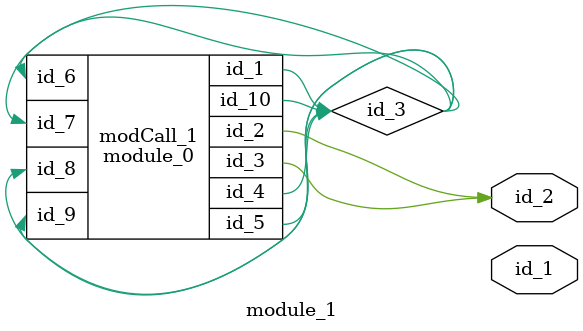
<source format=v>
module module_0 (
    id_1,
    id_2,
    id_3,
    id_4,
    id_5,
    id_6,
    id_7,
    id_8,
    id_9,
    id_10
);
  output wire id_10;
  input wire id_9;
  input wire id_8;
  input wire id_7;
  input wire id_6;
  inout wire id_5;
  inout wire id_4;
  output wire id_3;
  output wire id_2;
  output wire id_1;
  assign id_3 = id_6;
  wire id_11;
endmodule
module module_1 (
    id_1,
    id_2
);
  output wire id_2;
  output wire id_1;
  wire id_3;
  module_0 modCall_1 (
      id_3,
      id_2,
      id_2,
      id_3,
      id_3,
      id_3,
      id_3,
      id_3,
      id_3,
      id_3
  );
  wire id_4;
endmodule

</source>
